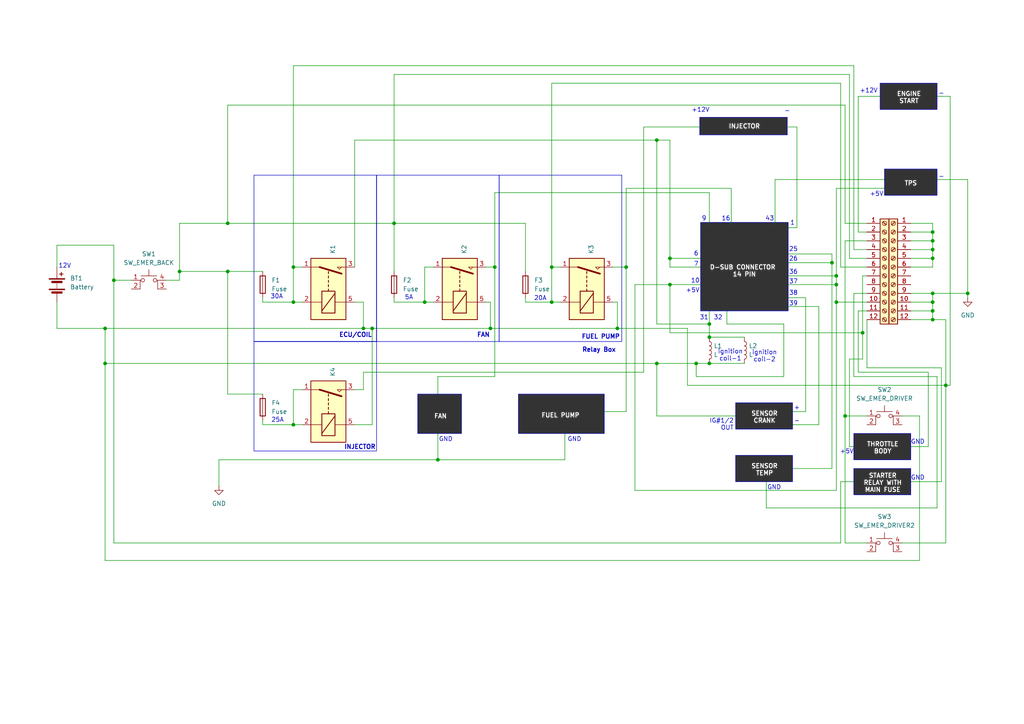
<source format=kicad_sch>
(kicad_sch (version 20250114) (generator "eeschema") (generator_version "9.0")
  (paper "A4")
  (lib_symbols
    (symbol "Connector:Screw_Terminal_01x12" (pin_names (offset 1.016) (hide yes))
      (property "Reference" "J" (at 0 15.24 0))
      (property "Value" "Screw_Terminal_01x12" (at 0 -17.78 0))
      (symbol "Screw_Terminal_01x12_1_1"
        (rectangle (start -1.27 13.97) (end 1.27 -16.51) (stroke (width 0.254)) (fill (type background)))
        (polyline (pts (xy -0.5334 13.0302) (xy 0.3302 12.192)) (stroke (width 0.1524)))
        (polyline (pts (xy -0.5334 10.4902) (xy 0.3302 9.652)) (stroke (width 0.1524)))
        (polyline (pts (xy -0.5334 7.9502) (xy 0.3302 7.112)) (stroke (width 0.1524)))
        (polyline (pts (xy -0.5334 5.4102) (xy 0.3302 4.572)) (stroke (width 0.1524)))
        (polyline (pts (xy -0.5334 2.8702) (xy 0.3302 2.032)) (stroke (width 0.1524)))
        (polyline (pts (xy -0.5334 0.3302) (xy 0.3302 -0.508)) (stroke (width 0.1524)))
        (polyline (pts (xy -0.5334 -2.2098) (xy 0.3302 -3.048)) (stroke (width 0.1524)))
        (polyline (pts (xy -0.5334 -4.7498) (xy 0.3302 -5.588)) (stroke (width 0.1524)))
        (polyline (pts (xy -0.5334 -7.2898) (xy 0.3302 -8.128)) (stroke (width 0.1524)))
        (polyline (pts (xy -0.5334 -9.8298) (xy 0.3302 -10.668)) (stroke (width 0.1524)))
        (polyline (pts (xy -0.5334 -12.3698) (xy 0.3302 -13.208)) (stroke (width 0.1524)))
        (polyline (pts (xy -0.5334 -14.9098) (xy 0.3302 -15.748)) (stroke (width 0.1524)))
        (polyline (pts (xy -0.3556 13.208) (xy 0.508 12.3698)) (stroke (width 0.1524)))
        (polyline (pts (xy -0.3556 10.668) (xy 0.508 9.8298)) (stroke (width 0.1524)))
        (polyline (pts (xy -0.3556 8.128) (xy 0.508 7.2898)) (stroke (width 0.1524)))
        (polyline (pts (xy -0.3556 5.588) (xy 0.508 4.7498)) (stroke (width 0.1524)))
        (polyline (pts (xy -0.3556 3.048) (xy 0.508 2.2098)) (stroke (width 0.1524)))
        (polyline (pts (xy -0.3556 0.508) (xy 0.508 -0.3302)) (stroke (width 0.1524)))
        (polyline (pts (xy -0.3556 -2.032) (xy 0.508 -2.8702)) (stroke (width 0.1524)))
        (polyline (pts (xy -0.3556 -4.572) (xy 0.508 -5.4102)) (stroke (width 0.1524)))
        (polyline (pts (xy -0.3556 -7.112) (xy 0.508 -7.9502)) (stroke (width 0.1524)))
        (polyline (pts (xy -0.3556 -9.652) (xy 0.508 -10.4902)) (stroke (width 0.1524)))
        (polyline (pts (xy -0.3556 -12.192) (xy 0.508 -13.0302)) (stroke (width 0.1524)))
        (polyline (pts (xy -0.3556 -14.732) (xy 0.508 -15.5702)) (stroke (width 0.1524)))
        (circle (center 0 12.7) (radius 0.635) (stroke (width 0.1524)))
        (circle (center 0 10.16) (radius 0.635) (stroke (width 0.1524)))
        (circle (center 0 7.62) (radius 0.635) (stroke (width 0.1524)))
        (circle (center 0 5.08) (radius 0.635) (stroke (width 0.1524)))
        (circle (center 0 2.54) (radius 0.635) (stroke (width 0.1524)))
        (circle (center 0 0) (radius 0.635) (stroke (width 0.1524)))
        (circle (center 0 -2.54) (radius 0.635) (stroke (width 0.1524)))
        (circle (center 0 -5.08) (radius 0.635) (stroke (width 0.1524)))
        (circle (center 0 -7.62) (radius 0.635) (stroke (width 0.1524)))
        (circle (center 0 -10.16) (radius 0.635) (stroke (width 0.1524)))
        (circle (center 0 -12.7) (radius 0.635) (stroke (width 0.1524)))
        (circle (center 0 -15.24) (radius 0.635) (stroke (width 0.1524)))
        (pin passive line (at -5.08 12.7 0) (length 3.81) (name "Pin_1") (number "1"))
        (pin passive line (at -5.08 10.16 0) (length 3.81) (name "Pin_2") (number "2"))
        (pin passive line (at -5.08 7.62 0) (length 3.81) (name "Pin_3") (number "3"))
        (pin passive line (at -5.08 5.08 0) (length 3.81) (name "Pin_4") (number "4"))
        (pin passive line (at -5.08 2.54 0) (length 3.81) (name "Pin_5") (number "5"))
        (pin passive line (at -5.08 0 0) (length 3.81) (name "Pin_6") (number "6"))
        (pin passive line (at -5.08 -2.54 0) (length 3.81) (name "Pin_7") (number "7"))
        (pin passive line (at -5.08 -5.08 0) (length 3.81) (name "Pin_8") (number "8"))
        (pin passive line (at -5.08 -7.62 0) (length 3.81) (name "Pin_9") (number "9"))
        (pin passive line (at -5.08 -10.16 0) (length 3.81) (name "Pin_10") (number "10"))
        (pin passive line (at -5.08 -12.7 0) (length 3.81) (name "Pin_11") (number "11"))
        (pin passive line (at -5.08 -15.24 0) (length 3.81) (name "Pin_12") (number "12"))
      )
    )
    (symbol "Device:Battery" (pin_numbers (hide yes)) (pin_names (offset 0) (hide yes))
      (property "Reference" "BT" (at 2.54 2.54 0))
      (property "Value" "Battery" (at 2.54 0 0))
      (symbol "Battery_0_1"
        (rectangle (start -2.286 1.778) (end 2.286 1.524) (fill (type outline)))
        (rectangle (start -2.286 -1.27) (end 2.286 -1.524) (fill (type outline)))
        (rectangle (start -1.524 1.016) (end 1.524 0.508) (fill (type outline)))
        (rectangle (start -1.524 -2.032) (end 1.524 -2.54) (fill (type outline)))
        (polyline (pts (xy 0 1.778) (xy 0 2.54)))
        (polyline (pts (xy 0 0) (xy 0 0.254)))
        (polyline (pts (xy 0 -0.508) (xy 0 -0.254)))
        (polyline (pts (xy 0 -1.016) (xy 0 -0.762)))
        (polyline (pts (xy 0.762 3.048) (xy 1.778 3.048)) (stroke (width 0.254)))
        (polyline (pts (xy 1.27 3.556) (xy 1.27 2.54)) (stroke (width 0.254)))
      )
      (symbol "Battery_1_1"
        (pin passive line (at 0 5.08 270) (length 2.54) (name "+") (number "1"))
        (pin passive line (at 0 -5.08 90) (length 2.54) (name "-") (number "2"))
      )
    )
    (symbol "Device:Fuse" (pin_numbers (hide yes)) (pin_names (offset 0))
      (property "Reference" "F" (at 2.032 0 90))
      (property "Value" "Fuse" (at -1.905 0 90))
      (symbol "Fuse_0_1"
        (rectangle (start -0.762 -2.54) (end 0.762 2.54) (stroke (width 0.254)))
        (polyline (pts (xy 0 2.54) (xy 0 -2.54)))
      )
      (symbol "Fuse_1_1"
        (pin passive line (at 0 3.81 270) (length 1.27) (name "~") (number "1"))
        (pin passive line (at 0 -3.81 90) (length 1.27) (name "~") (number "2"))
      )
    )
    (symbol "Device:L" (pin_numbers (hide yes)) (pin_names (offset 1.016) (hide yes))
      (property "Reference" "L" (at -1.27 0 90))
      (property "Value" "L" (at 1.905 0 90))
      (symbol "L_0_1"
        (arc (start 0 2.54) (mid 0.6323 1.905) (end 0 1.27))
        (arc (start 0 1.27) (mid 0.6323 0.635) (end 0 0))
        (arc (start 0 0) (mid 0.6323 -0.635) (end 0 -1.27))
        (arc (start 0 -1.27) (mid 0.6323 -1.905) (end 0 -2.54))
      )
      (symbol "L_1_1"
        (pin passive line (at 0 3.81 270) (length 1.27) (name "1") (number "1"))
        (pin passive line (at 0 -3.81 90) (length 1.27) (name "2") (number "2"))
      )
    )
    (symbol "Relay:SANYOU_SRD_Form_A"
      (property "Reference" "K" (at 8.89 3.81 0))
      (property "Value" "SANYOU_SRD_Form_A" (at 8.89 1.27 0))
      (symbol "SANYOU_SRD_Form_A_0_0"
        (polyline (pts (xy 5.08 5.08) (xy 5.08 2.54) (xy 4.445 3.175) (xy 5.08 3.81)))
      )
      (symbol "SANYOU_SRD_Form_A_0_1"
        (rectangle (start -10.16 5.08) (end 7.62 -5.08) (stroke (width 0.254)) (fill (type background)))
        (rectangle (start -8.255 1.905) (end -1.905 -1.905) (stroke (width 0.254)))
        (polyline (pts (xy -7.62 -1.905) (xy -2.54 1.905)) (stroke (width 0.254)))
        (polyline (pts (xy -5.08 5.08) (xy -5.08 1.905)))
        (polyline (pts (xy -5.08 -5.08) (xy -5.08 -1.905)))
        (polyline (pts (xy -1.905 0) (xy -1.27 0)) (stroke (width 0.254)))
        (polyline (pts (xy -0.635 0) (xy 0 0)) (stroke (width 0.254)))
        (polyline (pts (xy 0.635 0) (xy 1.27 0)) (stroke (width 0.254)))
        (polyline (pts (xy 1.905 0) (xy 2.54 0)) (stroke (width 0.254)))
        (polyline (pts (xy 3.175 0) (xy 3.81 0)) (stroke (width 0.254)))
        (polyline (pts (xy 5.08 -2.54) (xy 3.175 3.81)) (stroke (width 0.508)))
        (polyline (pts (xy 5.08 -2.54) (xy 5.08 -5.08)))
      )
      (symbol "SANYOU_SRD_Form_A_1_1"
        (pin passive line (at -5.08 7.62 270) (length 2.54) (name "~") (number "5"))
        (pin passive line (at -5.08 -7.62 90) (length 2.54) (name "~") (number "2"))
        (pin passive line (at 5.08 7.62 270) (length 2.54) (name "~") (number "3"))
        (pin passive line (at 5.08 -7.62 90) (length 2.54) (name "~") (number "1"))
      )
    )
    (symbol "Switch:SW_MEC_5E" (pin_names (offset 1.016) (hide yes))
      (property "Reference" "SW" (at 0.635 5.715 0))
      (property "Value" "SW_MEC_5E" (at 0 -3.175 0))
      (symbol "SW_MEC_5E_0_1"
        (polyline (pts (xy -2.54 0) (xy -2.54 2.54) (xy -2.286 2.54)))
        (polyline (pts (xy -2.286 3.81) (xy 2.286 3.81)))
        (circle (center -1.778 2.54) (radius 0.508))
        (polyline (pts (xy 0 3.81) (xy 0 5.588)))
        (circle (center 1.778 2.54) (radius 0.508))
        (polyline (pts (xy 2.54 0) (xy 2.54 2.54) (xy 2.286 2.54)))
        (pin passive line (at -5.08 2.54 0) (length 2.54) (name "1") (number "1"))
        (pin passive line (at -5.08 0 0) (length 2.54) (name "2") (number "2"))
        (pin passive line (at 5.08 2.54 180) (length 2.54) (name "A") (number "4"))
        (pin passive line (at 5.08 0 180) (length 2.54) (name "K") (number "3"))
      )
    )
    (symbol "power:GND" (power) (pin_numbers (hide yes)) (pin_names (offset 0) (hide yes))
      (property "Value" "GND" (at 0 -3.81 0))
      (symbol "GND_0_1"
        (polyline (pts (xy 0 0) (xy 0 -1.27) (xy 1.27 -1.27) (xy 0 -2.54) (xy -1.27 -1.27) (xy 0 -1.27)))
      )
      (symbol "GND_1_1"
        (pin power_in line (at 0 0 270) (length 0) (name "~") (number "1"))
      )
    )
  )
  (rectangle (start 144.78 50.8) (end 180.34 99.06))
  (rectangle (start 255.27 24.13) (end 271.78 31.75) (fill (type color) (color 0 0 0 0.8)))
  (rectangle (start 213.36 132.08) (end 229.87 139.7) (fill (type color) (color 0 0 0 0.8)))
  (rectangle (start 203.2 64.516) (end 228.6 90.17) (fill (type color) (color 0 0 0 0.8)))
  (rectangle (start 121.158 114.3) (end 133.858 125.73) (fill (type color) (color 0 0 0 0.8)))
  (rectangle (start 109.22 50.8) (end 144.78 99.06))
  (rectangle (start 213.36 116.84) (end 229.87 124.46) (fill (type color) (color 0 0 0 0.8)))
  (rectangle (start 247.65 135.89) (end 264.16 143.51) (fill (type color) (color 0 0 0 0.8)))
  (rectangle (start 247.65 125.73) (end 264.16 133.35) (fill (type color) (color 0 0 0 0.8)))
  (rectangle (start 202.946 34.036) (end 228.346 39.116) (fill (type color) (color 0 0 0 0.8)))
  (rectangle (start 256.54 49.022) (end 271.78 56.642) (fill (type color) (color 0 0 0 0.8)))
  (rectangle (start 73.66 99.06) (end 109.22 130.81))
  (rectangle (start 150.368 114.3) (end 175.26 125.73) (fill (type color) (color 0 0 0 0.8)))
  (rectangle (start 73.66 50.8) (end 109.22 99.06))
  (text "INJECTOR" (at 104.394 129.794 0) (effects (font (size 1.27 1.27) (thickness 0.254) (bold yes))))
  (text "FUEL PUMP" (at 162.56 120.65 0) (effects (font (size 1.27 1.27) (thickness 0.254) (bold yes))))
  (text "FAN" (at 127.762 120.904 0) (effects (font (size 1.27 1.27) (thickness 0.254) (bold yes))))
  (text "25" (at 230.124 72.39 0) (effects (font (size 1.27 1.27))))
  (text "5A" (at 118.618 86.36 0) (effects (font (size 1.27 1.27))))
  (text "+12V" (at 251.968 26.416 0) (effects (font (size 1.27 1.27))))
  (text "INJECTOR" (at 215.9 36.83 0) (effects (font (size 1.27 1.27) (thickness 0.254) (bold yes))))
  (text "ENGINE\nSTART" (at 263.652 28.448 0) (effects (font (size 1.27 1.27) (thickness 0.254) (bold yes))))
  (text "36" (at 230.124 78.994 0) (effects (font (size 1.27 1.27))))
  (text "FAN" (at 140.208 97.282 0) (effects (font (size 1.27 1.27) (thickness 0.254) (bold yes))))
  (text "7" (at 201.93 76.708 0) (effects (font (size 1.27 1.27))))
  (text "+" (at 231.14 118.364 0) (effects (font (size 1.27 1.27))))
  (text "SENSOR\nTEMP" (at 221.742 136.398 0) (effects (font (size 1.27 1.27) (thickness 0.254) (bold yes))))
  (text "32" (at 208.28 92.202 0) (effects (font (size 1.27 1.27))))
  (text "Relay Box" (at 173.736 101.6 0) (effects (font (size 1.27 1.27) (thickness 0.254) (bold yes))))
  (text "-" (at 231.14 122.174 0) (effects (font (size 1.27 1.27))))
  (text "38" (at 230.124 85.09 0) (effects (font (size 1.27 1.27))))
  (text "-" (at 273.05 27.178 0) (effects (font (size 1.27 1.27))))
  (text "ignition\ncoil-1\n" (at 211.836 103.124 0) (effects (font (size 1.27 1.27))))
  (text "16" (at 210.566 63.5 0) (effects (font (size 1.27 1.27))))
  (text "GND" (at 266.192 128.27 0) (effects (font (size 1.27 1.27))))
  (text "GND" (at 129.286 127.508 0) (effects (font (size 1.27 1.27))))
  (text "-" (at 273.05 51.308 0) (effects (font (size 1.27 1.27))))
  (text "ECU/COIL" (at 103.124 97.282 0) (effects (font (size 1.27 1.27) (thickness 0.254) (bold yes))))
  (text "+5V" (at 200.914 84.328 0) (effects (font (size 1.27 1.27))))
  (text "39" (at 230.124 88.138 0) (effects (font (size 1.27 1.27))))
  (text "+5V" (at 254.254 56.388 0) (effects (font (size 1.27 1.27))))
  (text "25A" (at 80.518 121.92 0) (effects (font (size 1.27 1.27))))
  (text "IG#1/2\nOUT" (at 212.852 123.19 0) (effects (font (size 1.27 1.27)) (justify right)))
  (text "+12V" (at 203.2 32.004 0) (effects (font (size 1.27 1.27))))
  (text "31" (at 204.216 92.202 0) (effects (font (size 1.27 1.27))))
  (text "30A" (at 80.264 86.106 0) (effects (font (size 1.27 1.27))))
  (text "26" (at 230.124 75.184 0) (effects (font (size 1.27 1.27))))
  (text "1" (at 229.87 64.77 0) (effects (font (size 1.27 1.27))))
  (text "6" (at 201.93 73.66 0) (effects (font (size 1.27 1.27))))
  (text "37" (at 230.124 81.788 0) (effects (font (size 1.27 1.27))))
  (text "10" (at 201.676 81.534 0) (effects (font (size 1.27 1.27))))
  (text "ignition\ncoil-2\n" (at 221.742 103.378 0) (effects (font (size 1.27 1.27))))
  (text "FUEL PUMP" (at 174.244 97.79 0) (effects (font (size 1.27 1.27) (thickness 0.254) (bold yes))))
  (text "GND" (at 224.536 141.478 0) (effects (font (size 1.27 1.27))))
  (text "43" (at 223.266 63.5 0) (effects (font (size 1.27 1.27))))
  (text "THROTTLE\nBODY" (at 256.032 130.048 0) (effects (font (size 1.27 1.27) (thickness 0.254) (bold yes))))
  (text "GND" (at 266.192 138.684 0) (effects (font (size 1.27 1.27))))
  (text "+5V" (at 245.618 131.064 0) (effects (font (size 1.27 1.27))))
  (text "TPS\n" (at 264.16 53.34 0) (effects (font (size 1.27 1.27) (thickness 0.254) (bold yes))))
  (text "20A" (at 156.718 86.614 0) (effects (font (size 1.27 1.27))))
  (text "9" (at 204.216 63.5 0) (effects (font (size 1.27 1.27))))
  (text "12V" (at 18.796 77.216 0) (effects (font (size 1.27 1.27))))
  (text "-" (at 228.346 32.258 0) (effects (font (size 1.27 1.27))))
  (text "GND" (at 166.624 127.508 0) (effects (font (size 1.27 1.27))))
  (text "STARTER\nRELAY WITH\nMAIN FUSE" (at 256.032 140.208 0) (effects (font (size 1.27 1.27) (thickness 0.254) (bold yes))))
  (text "D-SUB CONNECTOR \n14 PIN" (at 215.9 78.74 0) (effects (font (size 1.27 1.27) (thickness 0.254) (bold yes))))
  (text "SENSOR\nCRANK" (at 221.742 121.158 0) (effects (font (size 1.27 1.27) (thickness 0.254) (bold yes))))
  (junction (at 270.51 72.39))
  (junction (at 190.5 40.64))
  (junction (at 123.19 87.63))
  (junction (at 85.09 77.47))
  (junction (at 85.09 87.63))
  (junction (at 242.57 82.55))
  (junction (at 160.02 87.63))
  (junction (at 270.51 92.71))
  (junction (at 66.04 64.77))
  (junction (at 194.31 82.55))
  (junction (at 270.51 85.09))
  (junction (at 30.48 105.41))
  (junction (at 190.5 105.41))
  (junction (at 105.41 95.25))
  (junction (at 181.61 77.47))
  (junction (at 33.02 81.28))
  (junction (at 107.95 95.25))
  (junction (at 52.07 78.74))
  (junction (at 250.19 96.52))
  (junction (at 30.48 95.25))
  (junction (at 85.09 123.19))
  (junction (at 274.32 111.76))
  (junction (at 205.74 97.79))
  (junction (at 201.93 105.41))
  (junction (at 114.3 64.77))
  (junction (at 270.51 90.17))
  (junction (at 143.51 77.47))
  (junction (at 127 133.35))
  (junction (at 242.57 87.63))
  (junction (at 142.24 95.25))
  (junction (at 270.51 67.31))
  (junction (at 179.07 95.25))
  (junction (at 66.04 78.74))
  (junction (at 280.67 85.09))
  (junction (at 194.31 74.93))
  (junction (at 205.74 105.41))
  (junction (at 270.51 74.93))
  (junction (at 242.57 80.01))
  (junction (at 160.02 77.47))
  (junction (at 205.74 93.98))
  (junction (at 270.51 69.85))
  (junction (at 245.11 120.65))
  (junction (at 270.51 87.63))
  (junction (at 241.3 76.2))
  (wire (pts (xy 228.6 86.36) (xy 233.68 86.36)))
  (wire (pts (xy 242.57 54.61) (xy 256.54 54.61)))
  (wire (pts (xy 152.4 87.63) (xy 160.02 87.63)))
  (wire (pts (xy 52.07 64.77) (xy 66.04 64.77)))
  (wire (pts (xy 143.51 109.22) (xy 127 109.22)))
  (wire (pts (xy 269.24 107.95) (xy 269.24 129.54)))
  (wire (pts (xy 205.74 105.41) (xy 215.9 105.41)))
  (wire (pts (xy 105.41 113.03) (xy 102.87 113.03)))
  (wire (pts (xy 16.51 77.47) (xy 16.51 71.12)))
  (wire (pts (xy 264.16 64.77) (xy 270.51 64.77)))
  (wire (pts (xy 228.6 80.01) (xy 242.57 80.01)))
  (wire (pts (xy 114.3 86.36) (xy 114.3 87.63)))
  (wire (pts (xy 102.87 40.64) (xy 190.5 40.64)))
  (wire (pts (xy 242.57 80.01) (xy 242.57 82.55)))
  (wire (pts (xy 245.11 30.48) (xy 245.11 64.77)))
  (wire (pts (xy 76.2 123.19) (xy 85.09 123.19)))
  (wire (pts (xy 274.32 111.76) (xy 274.32 92.71)))
  (wire (pts (xy 248.92 107.95) (xy 269.24 107.95)))
  (wire (pts (xy 160.02 77.47) (xy 162.56 77.47)))
  (wire (pts (xy 52.07 81.28) (xy 52.07 78.74)))
  (wire (pts (xy 123.19 77.47) (xy 125.73 77.47)))
  (wire (pts (xy 186.69 36.83) (xy 186.69 107.95)))
  (wire (pts (xy 228.6 36.83) (xy 231.14 36.83)))
  (wire (pts (xy 266.7 162.56) (xy 30.48 162.56)))
  (wire (pts (xy 270.51 87.63) (xy 270.51 90.17)))
  (wire (pts (xy 243.84 157.48) (xy 33.02 157.48)))
  (wire (pts (xy 228.6 73.66) (xy 241.3 73.66)))
  (wire (pts (xy 243.84 139.7) (xy 243.84 157.48)))
  (wire (pts (xy 175.26 119.38) (xy 181.61 119.38)))
  (wire (pts (xy 114.3 21.59) (xy 114.3 64.77)))
  (wire (pts (xy 201.93 109.22) (xy 201.93 105.41)))
  (wire (pts (xy 228.6 82.55) (xy 242.57 82.55)))
  (wire (pts (xy 114.3 64.77) (xy 152.4 64.77)))
  (wire (pts (xy 102.87 123.19) (xy 107.95 123.19)))
  (wire (pts (xy 33.02 81.28) (xy 33.02 157.48)))
  (wire (pts (xy 247.65 85.09) (xy 251.46 85.09)))
  (wire (pts (xy 76.2 86.36) (xy 76.2 87.63)))
  (wire (pts (xy 205.74 105.41) (xy 201.93 105.41)))
  (wire (pts (xy 210.82 90.17) (xy 210.82 93.98)))
  (wire (pts (xy 251.46 80.01) (xy 250.19 80.01)))
  (wire (pts (xy 184.15 82.55) (xy 194.31 82.55)))
  (wire (pts (xy 85.09 77.47) (xy 87.63 77.47)))
  (wire (pts (xy 261.62 157.48) (xy 274.32 157.48)))
  (wire (pts (xy 243.84 77.47) (xy 243.84 24.13)))
  (wire (pts (xy 127 125.73) (xy 127 133.35)))
  (wire (pts (xy 163.83 133.35) (xy 127 133.35)))
  (wire (pts (xy 261.62 120.65) (xy 266.7 120.65)))
  (wire (pts (xy 85.09 123.19) (xy 87.63 123.19)))
  (wire (pts (xy 33.02 81.28) (xy 38.1 81.28)))
  (wire (pts (xy 85.09 113.03) (xy 87.63 113.03)))
  (wire (pts (xy 264.16 129.54) (xy 269.24 129.54)))
  (wire (pts (xy 143.51 77.47) (xy 143.51 55.88)))
  (wire (pts (xy 242.57 54.61) (xy 242.57 80.01)))
  (wire (pts (xy 63.5 133.35) (xy 63.5 140.97)))
  (wire (pts (xy 248.92 67.31) (xy 248.92 27.94)))
  (wire (pts (xy 212.09 54.61) (xy 212.09 64.77)))
  (wire (pts (xy 264.16 69.85) (xy 270.51 69.85)))
  (wire (pts (xy 248.92 27.94) (xy 255.27 27.94)))
  (wire (pts (xy 205.74 97.79) (xy 215.9 97.79)))
  (wire (pts (xy 264.16 90.17) (xy 270.51 90.17)))
  (wire (pts (xy 105.41 95.25) (xy 107.95 95.25)))
  (wire (pts (xy 245.11 64.77) (xy 251.46 64.77)))
  (wire (pts (xy 152.4 86.36) (xy 152.4 87.63)))
  (wire (pts (xy 251.46 90.17) (xy 248.92 90.17)))
  (wire (pts (xy 16.51 95.25) (xy 30.48 95.25)))
  (wire (pts (xy 273.05 139.7) (xy 264.16 139.7)))
  (wire (pts (xy 140.97 77.47) (xy 143.51 77.47)))
  (wire (pts (xy 30.48 95.25) (xy 105.41 95.25)))
  (wire (pts (xy 270.51 64.77) (xy 270.51 67.31)))
  (wire (pts (xy 190.5 105.41) (xy 190.5 120.65)))
  (wire (pts (xy 66.04 78.74) (xy 76.2 78.74)))
  (wire (pts (xy 264.16 67.31) (xy 270.51 67.31)))
  (wire (pts (xy 181.61 77.47) (xy 181.61 54.61)))
  (wire (pts (xy 270.51 74.93) (xy 270.51 77.47)))
  (wire (pts (xy 33.02 71.12) (xy 33.02 81.28)))
  (wire (pts (xy 85.09 87.63) (xy 85.09 77.47)))
  (wire (pts (xy 179.07 95.25) (xy 199.39 95.25)))
  (wire (pts (xy 247.65 19.05) (xy 85.09 19.05)))
  (wire (pts (xy 114.3 87.63) (xy 123.19 87.63)))
  (wire (pts (xy 123.19 87.63) (xy 125.73 87.63)))
  (wire (pts (xy 52.07 78.74) (xy 52.07 64.77)))
  (wire (pts (xy 30.48 162.56) (xy 30.48 105.41)))
  (wire (pts (xy 105.41 107.95) (xy 105.41 113.03)))
  (wire (pts (xy 250.19 80.01) (xy 250.19 96.52)))
  (wire (pts (xy 229.87 135.89) (xy 241.3 135.89)))
  (wire (pts (xy 233.68 86.36) (xy 233.68 119.38)))
  (wire (pts (xy 76.2 121.92) (xy 76.2 123.19)))
  (wire (pts (xy 229.87 123.19) (xy 237.49 123.19)))
  (wire (pts (xy 245.11 120.65) (xy 245.11 157.48)))
  (wire (pts (xy 66.04 64.77) (xy 114.3 64.77)))
  (wire (pts (xy 273.05 106.68) (xy 273.05 139.7)))
  (wire (pts (xy 251.46 72.39) (xy 247.65 72.39)))
  (wire (pts (xy 251.46 74.93) (xy 246.38 74.93)))
  (wire (pts (xy 251.46 106.68) (xy 273.05 106.68)))
  (wire (pts (xy 242.57 87.63) (xy 242.57 142.24)))
  (wire (pts (xy 274.32 157.48) (xy 274.32 111.76)))
  (wire (pts (xy 250.19 104.14) (xy 246.38 104.14)))
  (wire (pts (xy 264.16 87.63) (xy 270.51 87.63)))
  (wire (pts (xy 251.46 67.31) (xy 248.92 67.31)))
  (wire (pts (xy 266.7 120.65) (xy 266.7 162.56)))
  (wire (pts (xy 177.8 77.47) (xy 181.61 77.47)))
  (wire (pts (xy 186.69 107.95) (xy 105.41 107.95)))
  (wire (pts (xy 76.2 87.63) (xy 85.09 87.63)))
  (wire (pts (xy 160.02 87.63) (xy 160.02 77.47)))
  (wire (pts (xy 184.15 142.24) (xy 242.57 142.24)))
  (wire (pts (xy 194.31 74.93) (xy 194.31 77.47)))
  (wire (pts (xy 228.6 76.2) (xy 241.3 76.2)))
  (wire (pts (xy 30.48 105.41) (xy 30.48 95.25)))
  (wire (pts (xy 251.46 69.85) (xy 245.11 69.85)))
  (wire (pts (xy 251.46 92.71) (xy 251.46 106.68)))
  (wire (pts (xy 245.11 157.48) (xy 251.46 157.48)))
  (wire (pts (xy 203.2 77.47) (xy 194.31 77.47)))
  (wire (pts (xy 224.79 64.77) (xy 224.79 52.07)))
  (wire (pts (xy 152.4 64.77) (xy 152.4 78.74)))
  (wire (pts (xy 66.04 114.3) (xy 76.2 114.3)))
  (wire (pts (xy 270.51 69.85) (xy 270.51 72.39)))
  (wire (pts (xy 222.25 147.32) (xy 271.78 147.32)))
  (wire (pts (xy 66.04 64.77) (xy 66.04 30.48)))
  (wire (pts (xy 85.09 19.05) (xy 85.09 77.47)))
  (wire (pts (xy 251.46 87.63) (xy 242.57 87.63)))
  (wire (pts (xy 264.16 74.93) (xy 270.51 74.93)))
  (wire (pts (xy 245.11 120.65) (xy 251.46 120.65)))
  (wire (pts (xy 270.51 90.17) (xy 270.51 92.71)))
  (wire (pts (xy 85.09 123.19) (xy 85.09 113.03)))
  (wire (pts (xy 16.51 71.12) (xy 33.02 71.12)))
  (wire (pts (xy 66.04 78.74) (xy 66.04 114.3)))
  (wire (pts (xy 271.78 109.22) (xy 247.65 109.22)))
  (wire (pts (xy 179.07 87.63) (xy 179.07 95.25)))
  (wire (pts (xy 163.83 125.73) (xy 163.83 133.35)))
  (wire (pts (xy 105.41 87.63) (xy 105.41 95.25)))
  (wire (pts (xy 271.78 27.94) (xy 275.59 27.94)))
  (wire (pts (xy 143.51 55.88) (xy 205.74 55.88)))
  (wire (pts (xy 52.07 78.74) (xy 66.04 78.74)))
  (wire (pts (xy 270.51 85.09) (xy 280.67 85.09)))
  (wire (pts (xy 127 133.35) (xy 63.5 133.35)))
  (wire (pts (xy 66.04 30.48) (xy 245.11 30.48)))
  (wire (pts (xy 114.3 64.77) (xy 114.3 78.74)))
  (wire (pts (xy 275.59 27.94) (xy 275.59 111.76)))
  (wire (pts (xy 251.46 77.47) (xy 243.84 77.47)))
  (wire (pts (xy 16.51 95.25) (xy 16.51 87.63)))
  (wire (pts (xy 123.19 87.63) (xy 123.19 77.47)))
  (wire (pts (xy 247.65 109.22) (xy 247.65 85.09)))
  (wire (pts (xy 271.78 52.07) (xy 280.67 52.07)))
  (wire (pts (xy 247.65 72.39) (xy 247.65 19.05)))
  (wire (pts (xy 194.31 82.55) (xy 203.2 82.55)))
  (wire (pts (xy 246.38 129.54) (xy 247.65 129.54)))
  (wire (pts (xy 199.39 111.76) (xy 274.32 111.76)))
  (wire (pts (xy 270.51 67.31) (xy 270.51 69.85)))
  (wire (pts (xy 241.3 76.2) (xy 241.3 135.89)))
  (wire (pts (xy 160.02 24.13) (xy 160.02 77.47)))
  (wire (pts (xy 250.19 96.52) (xy 194.31 96.52)))
  (wire (pts (xy 280.67 85.09) (xy 280.67 86.36)))
  (wire (pts (xy 237.49 88.9) (xy 237.49 123.19)))
  (wire (pts (xy 194.31 74.93) (xy 203.2 74.93)))
  (wire (pts (xy 199.39 95.25) (xy 199.39 111.76)))
  (wire (pts (xy 48.26 81.28) (xy 52.07 81.28)))
  (wire (pts (xy 177.8 87.63) (xy 179.07 87.63)))
  (wire (pts (xy 190.5 105.41) (xy 30.48 105.41)))
  (wire (pts (xy 85.09 87.63) (xy 87.63 87.63)))
  (wire (pts (xy 107.95 95.25) (xy 142.24 95.25)))
  (wire (pts (xy 224.79 52.07) (xy 256.54 52.07)))
  (wire (pts (xy 264.16 92.71) (xy 270.51 92.71)))
  (wire (pts (xy 229.87 119.38) (xy 233.68 119.38)))
  (wire (pts (xy 190.5 93.98) (xy 205.74 93.98)))
  (wire (pts (xy 248.92 90.17) (xy 248.92 107.95)))
  (wire (pts (xy 142.24 87.63) (xy 142.24 95.25)))
  (wire (pts (xy 194.31 40.64) (xy 194.31 74.93)))
  (wire (pts (xy 247.65 139.7) (xy 243.84 139.7)))
  (wire (pts (xy 160.02 87.63) (xy 162.56 87.63)))
  (wire (pts (xy 250.19 96.52) (xy 250.19 104.14)))
  (wire (pts (xy 243.84 24.13) (xy 160.02 24.13)))
  (wire (pts (xy 102.87 77.47) (xy 102.87 40.64)))
  (wire (pts (xy 186.69 36.83) (xy 203.2 36.83)))
  (wire (pts (xy 274.32 92.71) (xy 270.51 92.71)))
  (wire (pts (xy 127 109.22) (xy 127 114.3)))
  (wire (pts (xy 241.3 73.66) (xy 241.3 76.2)))
  (wire (pts (xy 102.87 87.63) (xy 105.41 87.63)))
  (wire (pts (xy 227.33 109.22) (xy 201.93 109.22)))
  (wire (pts (xy 264.16 85.09) (xy 270.51 85.09)))
  (wire (pts (xy 264.16 77.47) (xy 270.51 77.47)))
  (wire (pts (xy 107.95 123.19) (xy 107.95 95.25)))
  (wire (pts (xy 194.31 96.52) (xy 194.31 82.55)))
  (wire (pts (xy 201.93 105.41) (xy 190.5 105.41)))
  (wire (pts (xy 271.78 147.32) (xy 271.78 109.22)))
  (wire (pts (xy 228.6 88.9) (xy 237.49 88.9)))
  (wire (pts (xy 275.59 111.76) (xy 274.32 111.76)))
  (wire (pts (xy 205.74 93.98) (xy 205.74 97.79)))
  (wire (pts (xy 228.6 66.04) (xy 231.14 66.04)))
  (wire (pts (xy 205.74 90.17) (xy 205.74 93.98)))
  (wire (pts (xy 205.74 55.88) (xy 205.74 64.77)))
  (wire (pts (xy 246.38 74.93) (xy 246.38 21.59)))
  (wire (pts (xy 190.5 40.64) (xy 190.5 93.98)))
  (wire (pts (xy 231.14 36.83) (xy 231.14 66.04)))
  (wire (pts (xy 143.51 77.47) (xy 143.51 109.22)))
  (wire (pts (xy 245.11 69.85) (xy 245.11 120.65)))
  (wire (pts (xy 210.82 93.98) (xy 227.33 93.98)))
  (wire (pts (xy 270.51 85.09) (xy 270.51 87.63)))
  (wire (pts (xy 270.51 72.39) (xy 270.51 74.93)))
  (wire (pts (xy 140.97 87.63) (xy 142.24 87.63)))
  (wire (pts (xy 222.25 139.7) (xy 222.25 147.32)))
  (wire (pts (xy 179.07 95.25) (xy 142.24 95.25)))
  (wire (pts (xy 190.5 40.64) (xy 194.31 40.64)))
  (wire (pts (xy 184.15 142.24) (xy 184.15 82.55)))
  (wire (pts (xy 264.16 72.39) (xy 270.51 72.39)))
  (wire (pts (xy 181.61 77.47) (xy 181.61 119.38)))
  (wire (pts (xy 181.61 54.61) (xy 212.09 54.61)))
  (wire (pts (xy 227.33 93.98) (xy 227.33 109.22)))
  (wire (pts (xy 246.38 21.59) (xy 114.3 21.59)))
  (wire (pts (xy 246.38 104.14) (xy 246.38 129.54)))
  (wire (pts (xy 242.57 82.55) (xy 242.57 87.63)))
  (wire (pts (xy 190.5 120.65) (xy 213.36 120.65)))
  (wire (pts (xy 280.67 52.07) (xy 280.67 85.09)))
  (symbol (lib_id "Switch:SW_MEC_5E") (at 256.54 160.02 0) (unit 1)
    (property "Reference" "SW3" (at 256.54 149.86 0))
    (property "Value" "SW_EMER_DRIVER2" (at 256.54 152.4 0))
    (property "Datasheet" "http://www.apem.com/int/index.php?controller=attachment&id_attachment=1371" (effects (hide yes)))
    (property "Description" "MEC 5E single pole normally-open tactile switch" (effects (hide yes)))
  )
  (symbol (lib_id "Device:Fuse") (at 76.2 118.11 0) (unit 1)
    (property "Reference" "F4" (at 78.74 116.8399 0) (effects (justify left)))
    (property "Value" "Fuse" (at 78.74 119.3799 0) (effects (justify left)))
    (property "Description" "Fuse" (effects (hide yes)))
  )
  (symbol (lib_id "Device:L") (at 215.9 101.6 0) (unit 1)
    (property "Reference" "L2" (at 217.17 100.3299 0) (effects (justify left)))
    (property "Value" "L" (at 217.17 102.8699 0) (effects (justify left)))
    (property "Description" "Inductor" (effects (hide yes)))
  )
  (symbol (lib_id "power:GND") (at 63.5 140.97 0) (unit 1)
    (property "Reference" "#PWR02" (effects (hide yes)))
    (property "Value" "GND" (at 63.5 146.05 0))
    (property "Description" "Power symbol creates a global label with name \"GND\" , ground" (effects (hide yes)))
  )
  (symbol (lib_id "Connector:Screw_Terminal_01x12") (at 256.54 77.47 0) (unit 1)
    (property "Reference" "J1" (effects (hide yes)))
    (property "Value" "Screw_Terminal_01x12" (effects (hide yes)))
    (property "Description" "Generic screw terminal, single row, 01x12, script generated (kicad-library-utils/schlib/autogen/connector/)" (effects (hide yes)))
  )
  (symbol (lib_id "Switch:SW_MEC_5E") (at 43.18 83.82 0) (unit 1)
    (property "Reference" "SW1" (at 43.18 73.66 0))
    (property "Value" "SW_EMER_BACK" (at 43.18 76.2 0))
    (property "Datasheet" "http://www.apem.com/int/index.php?controller=attachment&id_attachment=1371" (effects (hide yes)))
    (property "Description" "MEC 5E single pole normally-open tactile switch" (effects (hide yes)))
  )
  (symbol (lib_id "Device:Fuse") (at 152.4 82.55 0) (unit 1)
    (property "Reference" "F3" (at 154.94 81.2799 0) (effects (justify left)))
    (property "Value" "Fuse" (at 154.94 83.8199 0) (effects (justify left)))
    (property "Description" "Fuse" (effects (hide yes)))
  )
  (symbol (lib_id "Relay:SANYOU_SRD_Form_A") (at 170.18 82.55 270) (mirror x) (unit 1)
    (property "Reference" "K3" (at 171.4501 73.66 0) (effects (justify left)))
    (property "Value" "SANYOU_SRD_Form_A" (effects (hide yes)))
    (property "Footprint" "Relay_THT:Relay_SPST_SANYOU_SRD_Series_Form_A" (effects (hide yes)))
    (property "Datasheet" "http://www.sanyourelay.ca/public/products/pdf/SRD.pdf" (effects (hide yes)))
    (property "Description" "Sanyo SRD relay, Single Pole Miniature Power Relay, Closing Contact" (effects (hide yes)))
  )
  (symbol (lib_id "Relay:SANYOU_SRD_Form_A") (at 95.25 118.11 270) (mirror x) (unit 1)
    (property "Reference" "K4" (at 96.5201 109.22 0) (effects (justify left)))
    (property "Value" "SANYOU_SRD_Form_A" (effects (hide yes)))
    (property "Footprint" "Relay_THT:Relay_SPST_SANYOU_SRD_Series_Form_A" (effects (hide yes)))
    (property "Datasheet" "http://www.sanyourelay.ca/public/products/pdf/SRD.pdf" (effects (hide yes)))
    (property "Description" "Sanyo SRD relay, Single Pole Miniature Power Relay, Closing Contact" (effects (hide yes)))
  )
  (symbol (lib_id "Device:Fuse") (at 76.2 82.55 0) (unit 1)
    (property "Reference" "F1" (at 78.74 81.2799 0) (effects (justify left)))
    (property "Value" "Fuse" (at 78.74 83.8199 0) (effects (justify left)))
    (property "Description" "Fuse" (effects (hide yes)))
  )
  (symbol (lib_id "Relay:SANYOU_SRD_Form_A") (at 95.25 82.55 270) (mirror x) (unit 1)
    (property "Reference" "K1" (at 96.5201 73.66 0) (effects (justify left)))
    (property "Value" "SANYOU_SRD_Form_A" (effects (hide yes)))
    (property "Footprint" "Relay_THT:Relay_SPST_SANYOU_SRD_Series_Form_A" (effects (hide yes)))
    (property "Datasheet" "http://www.sanyourelay.ca/public/products/pdf/SRD.pdf" (effects (hide yes)))
    (property "Description" "Sanyo SRD relay, Single Pole Miniature Power Relay, Closing Contact" (effects (hide yes)))
  )
  (symbol (lib_id "Switch:SW_MEC_5E") (at 256.54 123.19 0) (unit 1)
    (property "Reference" "SW2" (at 256.54 113.03 0))
    (property "Value" "SW_EMER_DRIVER" (at 256.54 115.57 0))
    (property "Datasheet" "http://www.apem.com/int/index.php?controller=attachment&id_attachment=1371" (effects (hide yes)))
    (property "Description" "MEC 5E single pole normally-open tactile switch" (effects (hide yes)))
  )
  (symbol (lib_id "Relay:SANYOU_SRD_Form_A") (at 133.35 82.55 270) (mirror x) (unit 1)
    (property "Reference" "K2" (at 134.6201 73.66 0) (effects (justify left)))
    (property "Value" "SANYOU_SRD_Form_A" (effects (hide yes)))
    (property "Footprint" "Relay_THT:Relay_SPST_SANYOU_SRD_Series_Form_A" (effects (hide yes)))
    (property "Datasheet" "http://www.sanyourelay.ca/public/products/pdf/SRD.pdf" (effects (hide yes)))
    (property "Description" "Sanyo SRD relay, Single Pole Miniature Power Relay, Closing Contact" (effects (hide yes)))
  )
  (symbol (lib_id "Device:Fuse") (at 114.3 82.55 0) (unit 1)
    (property "Reference" "F2" (at 116.84 81.2799 0) (effects (justify left)))
    (property "Value" "Fuse" (at 116.84 83.8199 0) (effects (justify left)))
    (property "Description" "Fuse" (effects (hide yes)))
  )
  (symbol (lib_id "power:GND") (at 280.67 86.36 0) (unit 1)
    (property "Reference" "#PWR01" (effects (hide yes)))
    (property "Value" "GND" (at 280.67 91.44 0))
    (property "Description" "Power symbol creates a global label with name \"GND\" , ground" (effects (hide yes)))
  )
  (symbol (lib_id "Device:Battery") (at 16.51 82.55 0) (unit 1)
    (property "Reference" "BT1" (at 20.32 80.7084 0) (effects (justify left)))
    (property "Value" "Battery" (at 20.32 83.2484 0) (effects (justify left)))
    (property "Description" "Multiple-cell battery" (effects (hide yes)))
  )
  (symbol (lib_id "Connector:Screw_Terminal_01x12") (at 259.08 77.47 0) (mirror y) (unit 1)
    (property "Reference" "J2" (effects (hide yes)))
    (property "Value" "Screw_Terminal_01x12" (effects (hide yes)))
    (property "Description" "Generic screw terminal, single row, 01x12, script generated (kicad-library-utils/schlib/autogen/connector/)" (effects (hide yes)))
  )
  (symbol (lib_id "Device:L") (at 205.74 101.6 0) (unit 1)
    (property "Reference" "L1" (at 207.01 100.3299 0) (effects (justify left)))
    (property "Value" "L" (at 207.01 102.8699 0) (effects (justify left)))
    (property "Description" "Inductor" (effects (hide yes)))
  )
)
</source>
